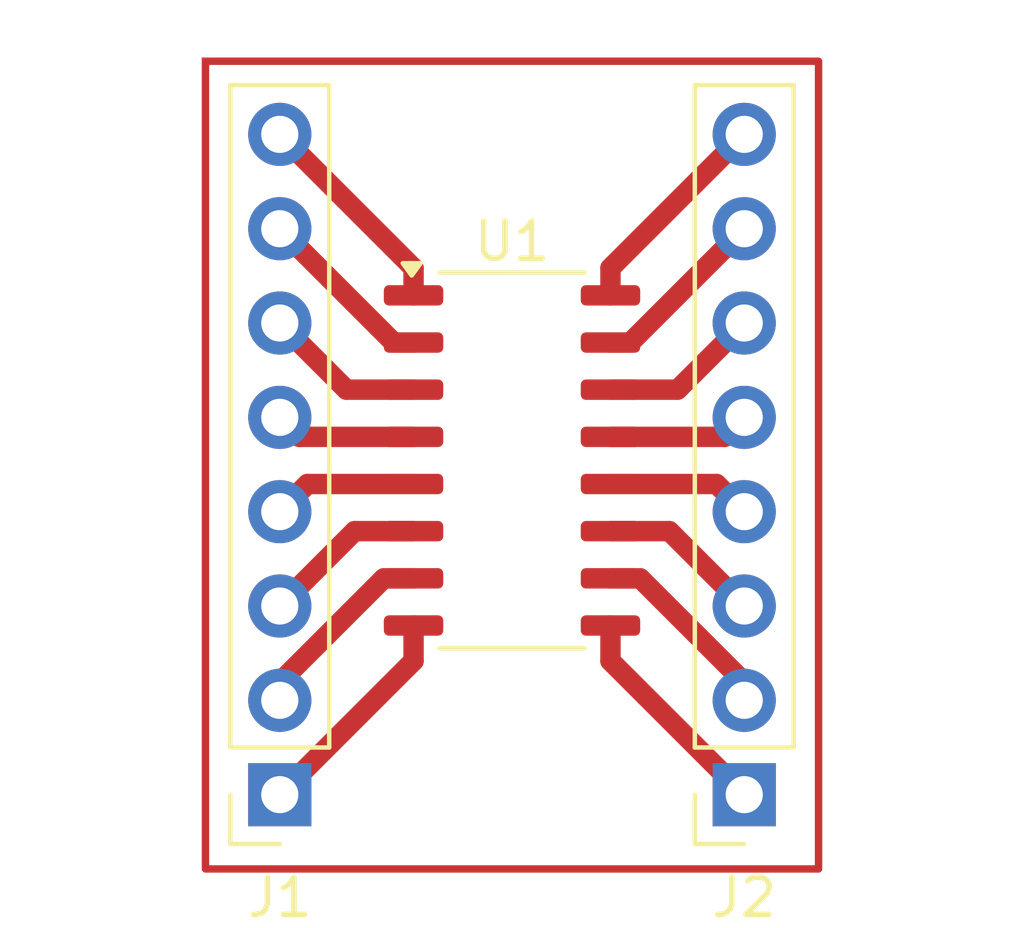
<source format=kicad_pcb>
(kicad_pcb (version 20221018) (generator pcbnew)
  (layers (0 "F.Cu" signal) (31 "B.Cu" signal) (34 "B.Paste" user) (35 "F.Paste" user) (36 "B.SilkS" user "B.Silkscreen") (37 "F.SilkS" user "F.Silkscreen") (38 "B.Mask" user) (39 "F.Mask" user) (44 "Edge.Cuts" user))
  (net 0 "")
  (net 1 "Net-(J1-Pin_8)")
  (net 2 "Net-(J1-Pin_7)")
  (net 3 "Net-(J1-Pin_6)")
  (net 4 "Net-(J1-Pin_5)")
  (net 5 "5")
  (net 6 "6")
  (net 7 "7")
  (net 8 "8")
  (net 9 "Net-(J2-Pin_1)")
  (net 10 "Net-(J2-Pin_2)")
  (net 11 "Net-(J2-Pin_3)")
  (net 12 "Net-(J2-Pin_4)")
  (net 13 "Net-(J2-Pin_5)")
  (net 14 "Net-(J2-Pin_6)")
  (net 15 "15")
  (net 16 "16")
  (footprint "Package_SO:STC_SOP-16_3.9x9.9mm_P1.27mm" (layer "F.Cu") (at 140 100)
    (fp_text reference "U1" (at 0 -5.9) (layer "F.SilkS"))
    (fp_text value "STC15W201S-35x-SOP16")
    (fp_line (start 0 -5.06) (end -1.95 -5.06) (stroke (width 0.12)) (layer "F.SilkS"))
    (fp_line (start 0 -5.06) (end 1.95 -5.06) (stroke (width 0.12)) (layer "F.SilkS"))
    (fp_line (start 0 5.06) (end -1.95 5.06) (stroke (width 0.12)) (layer "F.SilkS"))
    (fp_line (start 0 5.06) (end 1.95 5.06) (stroke (width 0.12)) (layer "F.SilkS"))
    (fp_poly (pts (xy -2.7 -4.98) (xy -2.94 -5.31) (xy -2.46 -5.31) (xy -2.7 -4.98)) (stroke (width 0.12)) (fill solid) (layer "F.SilkS"))
    (pad "1" smd roundrect (at -2.65 -4.445) (size 1.6 0.55) (layers "F.Cu" "F.Paste" "F.Mask") (net 1 "Net-(J1-Pin_8)"))
    (pad "2" smd roundrect (at -2.65 -3.175) (size 1.6 0.55) (layers "F.Cu" "F.Paste" "F.Mask") (net 2 "Net-(J1-Pin_7)"))
    (pad "3" smd roundrect (at -2.65 -1.905) (size 1.6 0.55) (layers "F.Cu" "F.Paste" "F.Mask") (net 3 "Net-(J1-Pin_6)"))
    (pad "4" smd roundrect (at -2.65 -0.635) (size 1.6 0.55) (layers "F.Cu" "F.Paste" "F.Mask") (net 4 "Net-(J1-Pin_5)"))
    (pad "5" smd roundrect (at -2.65 0.635) (size 1.6 0.55) (layers "F.Cu" "F.Paste" "F.Mask") (net 5 "5"))
    (pad "6" smd roundrect (at -2.65 1.905) (size 1.6 0.55) (layers "F.Cu" "F.Paste" "F.Mask") (net 6 "6"))
    (pad "7" smd roundrect (at -2.65 3.175) (size 1.6 0.55) (layers "F.Cu" "F.Paste" "F.Mask") (net 7 "7"))
    (pad "8" smd roundrect (at -2.65 4.445) (size 1.6 0.55) (layers "F.Cu" "F.Paste" "F.Mask") (net 8 "8"))
    (pad "9" smd roundrect (at 2.65 4.445) (size 1.6 0.55) (layers "F.Cu" "F.Paste" "F.Mask") (net 9 "Net-(J2-Pin_1)"))
    (pad "10" smd roundrect (at 2.65 3.175) (size 1.6 0.55) (layers "F.Cu" "F.Paste" "F.Mask") (net 10 "Net-(J2-Pin_2)"))
    (pad "11" smd roundrect (at 2.65 1.905) (size 1.6 0.55) (layers "F.Cu" "F.Paste" "F.Mask") (net 11 "Net-(J2-Pin_3)"))
    (pad "12" smd roundrect (at 2.65 0.635) (size 1.6 0.55) (layers "F.Cu" "F.Paste" "F.Mask") (net 12 "Net-(J2-Pin_4)"))
    (pad "13" smd roundrect (at 2.65 -0.635) (size 1.6 0.55) (layers "F.Cu" "F.Paste" "F.Mask") (net 13 "Net-(J2-Pin_5)"))
    (pad "14" smd roundrect (at 2.65 -1.905) (size 1.6 0.55) (layers "F.Cu" "F.Paste" "F.Mask") (net 14 "Net-(J2-Pin_6)"))
    (pad "15" smd roundrect (at 2.65 -3.175) (size 1.6 0.55) (layers "F.Cu" "F.Paste" "F.Mask") (net 15 "15"))
    (pad "16" smd roundrect (at 2.65 -4.445) (size 1.6 0.55) (layers "F.Cu" "F.Paste" "F.Mask") (net 16 "16"))
  )
  (footprint "Connector_PinSocket_2.54mm:PinSocket_1x08_P2.54mm_Vertical" (layer "F.Cu") (at 133.75 109 180)
    (fp_text reference "J1" (at 0 -2.77) (layer "F.SilkS"))
    (fp_text value "Conn_01x08_Socket")
    (fp_line (start -1.33 1.27) (end -1.33 19.11) (stroke (width 0.12)) (layer "F.SilkS"))
    (fp_line (start -1.33 1.27) (end 1.33 1.27) (stroke (width 0.12)) (layer "F.SilkS"))
    (fp_line (start -1.33 19.11) (end 1.33 19.11) (stroke (width 0.12)) (layer "F.SilkS"))
    (fp_line (start 0 -1.33) (end 1.33 -1.33) (stroke (width 0.12)) (layer "F.SilkS"))
    (fp_line (start 1.33 -1.33) (end 1.33 0) (stroke (width 0.12)) (layer "F.SilkS"))
    (fp_line (start 1.33 1.27) (end 1.33 19.11) (stroke (width 0.12)) (layer "F.SilkS"))
    (pad "1" thru_hole rect (at 0 0 180) (size 1.7 1.7) (drill 1) (layers "*.Cu" "*.Mask") (net 8 "8"))
    (pad "2" thru_hole oval (at 0 2.54 180) (size 1.7 1.7) (drill 1) (layers "*.Cu" "*.Mask") (net 7 "7"))
    (pad "3" thru_hole oval (at 0 5.08 180) (size 1.7 1.7) (drill 1) (layers "*.Cu" "*.Mask") (net 6 "6"))
    (pad "4" thru_hole oval (at 0 7.62 180) (size 1.7 1.7) (drill 1) (layers "*.Cu" "*.Mask") (net 5 "5"))
    (pad "5" thru_hole oval (at 0 10.16 180) (size 1.7 1.7) (drill 1) (layers "*.Cu" "*.Mask") (net 4 "Net-(J1-Pin_5)"))
    (pad "6" thru_hole oval (at 0 12.7 180) (size 1.7 1.7) (drill 1) (layers "*.Cu" "*.Mask") (net 3 "Net-(J1-Pin_6)"))
    (pad "7" thru_hole oval (at 0 15.24 180) (size 1.7 1.7) (drill 1) (layers "*.Cu" "*.Mask") (net 2 "Net-(J1-Pin_7)"))
    (pad "8" thru_hole oval (at 0 17.78 180) (size 1.7 1.7) (drill 1) (layers "*.Cu" "*.Mask") (net 1 "Net-(J1-Pin_8)"))
  )
  (footprint "Connector_PinSocket_2.54mm:PinSocket_1x08_P2.54mm_Vertical" (layer "F.Cu") (at 146.25 109 180)
    (fp_text reference "J2" (at 0 -2.77) (layer "F.SilkS"))
    (fp_text value "Conn_01x08_Socket")
    (fp_line (start -1.33 1.27) (end -1.33 19.11) (stroke (width 0.12)) (layer "F.SilkS"))
    (fp_line (start -1.33 1.27) (end 1.33 1.27) (stroke (width 0.12)) (layer "F.SilkS"))
    (fp_line (start -1.33 19.11) (end 1.33 19.11) (stroke (width 0.12)) (layer "F.SilkS"))
    (fp_line (start 0 -1.33) (end 1.33 -1.33) (stroke (width 0.12)) (layer "F.SilkS"))
    (fp_line (start 1.33 -1.33) (end 1.33 0) (stroke (width 0.12)) (layer "F.SilkS"))
    (fp_line (start 1.33 1.27) (end 1.33 19.11) (stroke (width 0.12)) (layer "F.SilkS"))
    (pad "1" thru_hole rect (at 0 0 180) (size 1.7 1.7) (drill 1) (layers "*.Cu" "*.Mask") (net 9 "Net-(J2-Pin_1)"))
    (pad "2" thru_hole oval (at 0 2.54 180) (size 1.7 1.7) (drill 1) (layers "*.Cu" "*.Mask") (net 10 "Net-(J2-Pin_2)"))
    (pad "3" thru_hole oval (at 0 5.08 180) (size 1.7 1.7) (drill 1) (layers "*.Cu" "*.Mask") (net 11 "Net-(J2-Pin_3)"))
    (pad "4" thru_hole oval (at 0 7.62 180) (size 1.7 1.7) (drill 1) (layers "*.Cu" "*.Mask") (net 12 "Net-(J2-Pin_4)"))
    (pad "5" thru_hole oval (at 0 10.16 180) (size 1.7 1.7) (drill 1) (layers "*.Cu" "*.Mask") (net 13 "Net-(J2-Pin_5)"))
    (pad "6" thru_hole oval (at 0 12.7 180) (size 1.7 1.7) (drill 1) (layers "*.Cu" "*.Mask") (net 14 "Net-(J2-Pin_6)"))
    (pad "7" thru_hole oval (at 0 15.24 180) (size 1.7 1.7) (drill 1) (layers "*.Cu" "*.Mask") (net 15 "15"))
    (pad "8" thru_hole oval (at 0 17.78 180) (size 1.7 1.7) (drill 1) (layers "*.Cu" "*.Mask") (net 16 "16"))
  )
  (gr_rect (start 131.75 89.25) (end 148.25 111) (stroke (width 0.2)) (fill none) (layer "F.Cu"))
  (segment (start 137.35 94.82) (end 133.75 91.22) (width 0.55) (layer "F.Cu") (net 1))
  (segment (start 137.35 95.555) (end 137.35 94.82) (width 0.55) (layer "F.Cu") (net 1))
  (segment (start 137.35 96.825) (end 136.815 96.825) (width 0.55) (layer "F.Cu") (net 2))
  (segment (start 136.815 96.825) (end 133.75 93.76) (width 0.55) (layer "F.Cu") (net 2))
  (segment (start 137.35 98.095) (end 135.545 98.095) (width 0.55) (layer "F.Cu") (net 3))
  (segment (start 135.545 98.095) (end 133.75 96.3) (width 0.55) (layer "F.Cu") (net 3))
  (segment (start 134.275 99.365) (end 133.75 98.84) (width 0.55) (layer "F.Cu") (net 4))
  (segment (start 137.35 99.365) (end 134.275 99.365) (width 0.55) (layer "F.Cu") (net 4))
  (segment (start 137.35 100.635) (end 134.495 100.635) (width 0.55) (layer "F.Cu") (net 5))
  (segment (start 134.495 100.635) (end 133.75 101.38) (width 0.55) (layer "F.Cu") (net 5))
  (segment (start 137.35 101.905) (end 135.765 101.905) (width 0.55) (layer "F.Cu") (net 6))
  (segment (start 135.765 101.905) (end 133.75 103.92) (width 0.55) (layer "F.Cu") (net 6))
  (segment (start 136.550001 103.175) (end 133.75 105.975001) (width 0.55) (layer "F.Cu") (net 7))
  (segment (start 137.35 103.175) (end 136.550001 103.175) (width 0.55) (layer "F.Cu") (net 7))
  (segment (start 133.75 105.975001) (end 133.75 106.46) (width 0.55) (layer "F.Cu") (net 7))
  (segment (start 137.35 104.445) (end 137.35 105.4) (width 0.55) (layer "F.Cu") (net 8))
  (segment (start 137.35 105.4) (end 133.75 109) (width 0.55) (layer "F.Cu") (net 8))
  (segment (start 142.65 104.445) (end 142.65 105.4) (width 0.55) (layer "F.Cu") (net 9))
  (segment (start 142.65 105.4) (end 146.25 109) (width 0.55) (layer "F.Cu") (net 9))
  (segment (start 146.25 105.975001) (end 146.25 106.46) (width 0.55) (layer "F.Cu") (net 10))
  (segment (start 142.65 103.175) (end 143.449999 103.175) (width 0.55) (layer "F.Cu") (net 10))
  (segment (start 143.449999 103.175) (end 146.25 105.975001) (width 0.55) (layer "F.Cu") (net 10))
  (segment (start 142.65 101.905) (end 144.235 101.905) (width 0.55) (layer "F.Cu") (net 11))
  (segment (start 144.235 101.905) (end 146.25 103.92) (width 0.55) (layer "F.Cu") (net 11))
  (segment (start 142.65 100.635) (end 145.505 100.635) (width 0.55) (layer "F.Cu") (net 12))
  (segment (start 145.505 100.635) (end 146.25 101.38) (width 0.55) (layer "F.Cu") (net 12))
  (segment (start 142.65 99.365) (end 145.725 99.365) (width 0.55) (layer "F.Cu") (net 13))
  (segment (start 145.725 99.365) (end 146.25 98.84) (width 0.55) (layer "F.Cu") (net 13))
  (segment (start 144.455 98.095) (end 146.25 96.3) (width 0.55) (layer "F.Cu") (net 14))
  (segment (start 142.65 98.095) (end 144.455 98.095) (width 0.55) (layer "F.Cu") (net 14))
  (segment (start 142.65 96.825) (end 143.185 96.825) (width 0.55) (layer "F.Cu") (net 15))
  (segment (start 143.185 96.825) (end 146.25 93.76) (width 0.55) (layer "F.Cu") (net 15))
  (segment (start 142.65 94.82) (end 146.25 91.22) (width 0.55) (layer "F.Cu") (net 16))
  (segment (start 142.65 95.555) (end 142.65 94.82) (width 0.55) (layer "F.Cu") (net 16))
)
</source>
